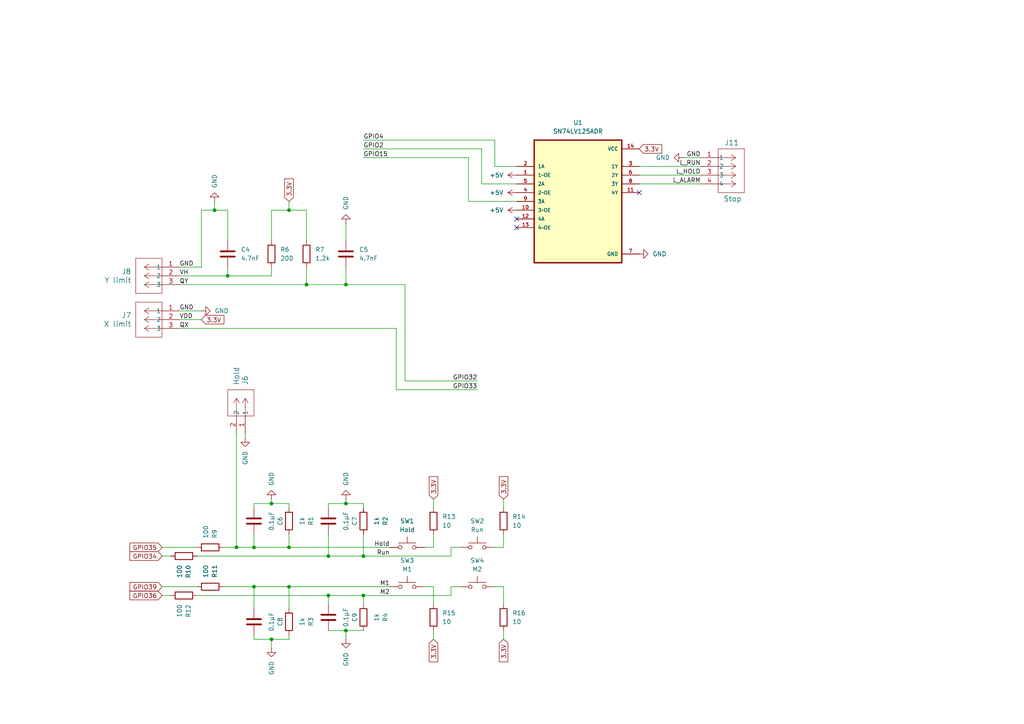
<source format=kicad_sch>
(kicad_sch (version 20250114) (generator "eeschema") (generator_version "9.0")
  (paper "A4")
  (lib_symbols
    (symbol "Device:C" (pin_numbers (hide yes)) (pin_names (offset 0.254))
      (property "Reference" "C" (at 0.635 2.54 0))
      (property "Value" "C" (at 0.635 -2.54 0))
      (symbol "C_0_1"
        (polyline (pts (xy -2.032 0.762) (xy 2.032 0.762)) (stroke (width 0.508)))
        (polyline (pts (xy -2.032 -0.762) (xy 2.032 -0.762)) (stroke (width 0.508)))
      )
      (symbol "C_1_1"
        (pin passive line (at 0 3.81 270) (length 2.794) (name "~") (number "1"))
        (pin passive line (at 0 -3.81 90) (length 2.794) (name "~") (number "2"))
      )
    )
    (symbol "Device:R" (pin_numbers (hide yes)) (pin_names (offset 0))
      (property "Reference" "R" (at 2.032 0 90))
      (property "Value" "R" (at 0 0 90))
      (symbol "R_0_1"
        (rectangle (start -1.016 -2.54) (end 1.016 2.54) (stroke (width 0.254)))
      )
      (symbol "R_1_1"
        (pin passive line (at 0 3.81 270) (length 1.27) (name "~") (number "1"))
        (pin passive line (at 0 -3.81 90) (length 1.27) (name "~") (number "2"))
      )
    )
    (symbol "JST-XH-2A:B2B-XH-A" (pin_names (offset 0.254))
      (property "Reference" "J" (at 8.89 6.35 0))
      (property "Value" "B2B-XH-A" (at 0 0 0))
      (symbol "B2B-XH-A_1_1"
        (polyline (pts (xy 5.08 2.54) (xy 5.08 -5.08)) (stroke (width 0.127)))
        (polyline (pts (xy 5.08 -5.08) (xy 12.7 -5.08)) (stroke (width 0.127)))
        (polyline (pts (xy 10.16 0) (xy 5.08 0)) (stroke (width 0.127)))
        (polyline (pts (xy 10.16 0) (xy 8.89 0.8467)) (stroke (width 0.127)))
        (polyline (pts (xy 10.16 0) (xy 8.89 -0.8467)) (stroke (width 0.127)))
        (polyline (pts (xy 10.16 -2.54) (xy 5.08 -2.54)) (stroke (width 0.127)))
        (polyline (pts (xy 10.16 -2.54) (xy 8.89 -1.6933)) (stroke (width 0.127)))
        (polyline (pts (xy 10.16 -2.54) (xy 8.89 -3.3867)) (stroke (width 0.127)))
        (polyline (pts (xy 12.7 2.54) (xy 5.08 2.54)) (stroke (width 0.127)))
        (polyline (pts (xy 12.7 -5.08) (xy 12.7 2.54)) (stroke (width 0.127)))
        (pin unspecified line (at 0 0 0) (length 5.08) (name "1") (number "1"))
        (pin unspecified line (at 0 -2.54 0) (length 5.08) (name "2") (number "2"))
      )
      (symbol "B2B-XH-A_1_2"
        (polyline (pts (xy 5.08 2.54) (xy 5.08 -5.08)) (stroke (width 0.127)))
        (polyline (pts (xy 5.08 -5.08) (xy 12.7 -5.08)) (stroke (width 0.127)))
        (polyline (pts (xy 7.62 0) (xy 5.08 0)) (stroke (width 0.127)))
        (polyline (pts (xy 7.62 0) (xy 8.89 0.8467)) (stroke (width 0.127)))
        (polyline (pts (xy 7.62 0) (xy 8.89 -0.8467)) (stroke (width 0.127)))
        (polyline (pts (xy 7.62 -2.54) (xy 5.08 -2.54)) (stroke (width 0.127)))
        (polyline (pts (xy 7.62 -2.54) (xy 8.89 -1.6933)) (stroke (width 0.127)))
        (polyline (pts (xy 7.62 -2.54) (xy 8.89 -3.3867)) (stroke (width 0.127)))
        (polyline (pts (xy 12.7 2.54) (xy 5.08 2.54)) (stroke (width 0.127)))
        (polyline (pts (xy 12.7 -5.08) (xy 12.7 2.54)) (stroke (width 0.127)))
        (pin unspecified line (at 0 0 0) (length 5.08) (name "1") (number "1"))
        (pin unspecified line (at 0 -2.54 0) (length 5.08) (name "2") (number "2"))
      )
    )
    (symbol "JST-XH-3A:B3B-XH-A" (pin_names (offset 0.254))
      (property "Reference" "J" (at 8.89 6.35 0))
      (property "Value" "B3B-XH-A" (at 0 0 0))
      (symbol "B3B-XH-A_1_1"
        (polyline (pts (xy 5.08 2.54) (xy 5.08 -7.62)) (stroke (width 0.127)))
        (polyline (pts (xy 5.08 -7.62) (xy 12.7 -7.62)) (stroke (width 0.127)))
        (polyline (pts (xy 10.16 0) (xy 5.08 0)) (stroke (width 0.127)))
        (polyline (pts (xy 10.16 0) (xy 8.89 0.8467)) (stroke (width 0.127)))
        (polyline (pts (xy 10.16 0) (xy 8.89 -0.8467)) (stroke (width 0.127)))
        (polyline (pts (xy 10.16 -2.54) (xy 5.08 -2.54)) (stroke (width 0.127)))
        (polyline (pts (xy 10.16 -2.54) (xy 8.89 -1.6933)) (stroke (width 0.127)))
        (polyline (pts (xy 10.16 -2.54) (xy 8.89 -3.3867)) (stroke (width 0.127)))
        (polyline (pts (xy 10.16 -5.08) (xy 5.08 -5.08)) (stroke (width 0.127)))
        (polyline (pts (xy 10.16 -5.08) (xy 8.89 -4.2333)) (stroke (width 0.127)))
        (polyline (pts (xy 10.16 -5.08) (xy 8.89 -5.9267)) (stroke (width 0.127)))
        (polyline (pts (xy 12.7 2.54) (xy 5.08 2.54)) (stroke (width 0.127)))
        (polyline (pts (xy 12.7 -7.62) (xy 12.7 2.54)) (stroke (width 0.127)))
        (pin unspecified line (at 0 0 0) (length 5.08) (name "1") (number "1"))
        (pin unspecified line (at 0 -2.54 0) (length 5.08) (name "2") (number "2"))
        (pin unspecified line (at 0 -5.08 0) (length 5.08) (name "3") (number "3"))
      )
      (symbol "B3B-XH-A_1_2"
        (polyline (pts (xy 5.08 2.54) (xy 5.08 -7.62)) (stroke (width 0.127)))
        (polyline (pts (xy 5.08 -7.62) (xy 12.7 -7.62)) (stroke (width 0.127)))
        (polyline (pts (xy 7.62 0) (xy 5.08 0)) (stroke (width 0.127)))
        (polyline (pts (xy 7.62 0) (xy 8.89 0.8467)) (stroke (width 0.127)))
        (polyline (pts (xy 7.62 0) (xy 8.89 -0.8467)) (stroke (width 0.127)))
        (polyline (pts (xy 7.62 -2.54) (xy 5.08 -2.54)) (stroke (width 0.127)))
        (polyline (pts (xy 7.62 -2.54) (xy 8.89 -1.6933)) (stroke (width 0.127)))
        (polyline (pts (xy 7.62 -2.54) (xy 8.89 -3.3867)) (stroke (width 0.127)))
        (polyline (pts (xy 7.62 -5.08) (xy 5.08 -5.08)) (stroke (width 0.127)))
        (polyline (pts (xy 7.62 -5.08) (xy 8.89 -4.2333)) (stroke (width 0.127)))
        (polyline (pts (xy 7.62 -5.08) (xy 8.89 -5.9267)) (stroke (width 0.127)))
        (polyline (pts (xy 12.7 2.54) (xy 5.08 2.54)) (stroke (width 0.127)))
        (polyline (pts (xy 12.7 -7.62) (xy 12.7 2.54)) (stroke (width 0.127)))
        (pin unspecified line (at 0 0 0) (length 5.08) (name "1") (number "1"))
        (pin unspecified line (at 0 -2.54 0) (length 5.08) (name "2") (number "2"))
        (pin unspecified line (at 0 -5.08 0) (length 5.08) (name "3") (number "3"))
      )
    )
    (symbol "JST-XH-4A:B4B-XH-A" (pin_names (offset 0.254))
      (property "Reference" "J" (at 8.89 6.35 0))
      (property "Value" "B4B-XH-A" (at 0 0 0))
      (symbol "B4B-XH-A_1_1"
        (polyline (pts (xy 5.08 2.54) (xy 5.08 -10.16)) (stroke (width 0.127)))
        (polyline (pts (xy 5.08 -10.16) (xy 12.7 -10.16)) (stroke (width 0.127)))
        (polyline (pts (xy 10.16 0) (xy 5.08 0)) (stroke (width 0.127)))
        (polyline (pts (xy 10.16 0) (xy 8.89 0.8467)) (stroke (width 0.127)))
        (polyline (pts (xy 10.16 0) (xy 8.89 -0.8467)) (stroke (width 0.127)))
        (polyline (pts (xy 10.16 -2.54) (xy 5.08 -2.54)) (stroke (width 0.127)))
        (polyline (pts (xy 10.16 -2.54) (xy 8.89 -1.6933)) (stroke (width 0.127)))
        (polyline (pts (xy 10.16 -2.54) (xy 8.89 -3.3867)) (stroke (width 0.127)))
        (polyline (pts (xy 10.16 -5.08) (xy 5.08 -5.08)) (stroke (width 0.127)))
        (polyline (pts (xy 10.16 -5.08) (xy 8.89 -4.2333)) (stroke (width 0.127)))
        (polyline (pts (xy 10.16 -5.08) (xy 8.89 -5.9267)) (stroke (width 0.127)))
        (polyline (pts (xy 10.16 -7.62) (xy 5.08 -7.62)) (stroke (width 0.127)))
        (polyline (pts (xy 10.16 -7.62) (xy 8.89 -6.7733)) (stroke (width 0.127)))
        (polyline (pts (xy 10.16 -7.62) (xy 8.89 -8.4667)) (stroke (width 0.127)))
        (polyline (pts (xy 12.7 2.54) (xy 5.08 2.54)) (stroke (width 0.127)))
        (polyline (pts (xy 12.7 -10.16) (xy 12.7 2.54)) (stroke (width 0.127)))
        (pin unspecified line (at 0 0 0) (length 5.08) (name "1") (number "1"))
        (pin unspecified line (at 0 -2.54 0) (length 5.08) (name "2") (number "2"))
        (pin unspecified line (at 0 -5.08 0) (length 5.08) (name "3") (number "3"))
        (pin unspecified line (at 0 -7.62 0) (length 5.08) (name "4") (number "4"))
      )
      (symbol "B4B-XH-A_1_2"
        (polyline (pts (xy 5.08 2.54) (xy 5.08 -10.16)) (stroke (width 0.127)))
        (polyline (pts (xy 5.08 -10.16) (xy 12.7 -10.16)) (stroke (width 0.127)))
        (polyline (pts (xy 7.62 0) (xy 5.08 0)) (stroke (width 0.127)))
        (polyline (pts (xy 7.62 0) (xy 8.89 0.8467)) (stroke (width 0.127)))
        (polyline (pts (xy 7.62 0) (xy 8.89 -0.8467)) (stroke (width 0.127)))
        (polyline (pts (xy 7.62 -2.54) (xy 5.08 -2.54)) (stroke (width 0.127)))
        (polyline (pts (xy 7.62 -2.54) (xy 8.89 -1.6933)) (stroke (width 0.127)))
        (polyline (pts (xy 7.62 -2.54) (xy 8.89 -3.3867)) (stroke (width 0.127)))
        (polyline (pts (xy 7.62 -5.08) (xy 5.08 -5.08)) (stroke (width 0.127)))
        (polyline (pts (xy 7.62 -5.08) (xy 8.89 -4.2333)) (stroke (width 0.127)))
        (polyline (pts (xy 7.62 -5.08) (xy 8.89 -5.9267)) (stroke (width 0.127)))
        (polyline (pts (xy 7.62 -7.62) (xy 5.08 -7.62)) (stroke (width 0.127)))
        (polyline (pts (xy 7.62 -7.62) (xy 8.89 -6.7733)) (stroke (width 0.127)))
        (polyline (pts (xy 7.62 -7.62) (xy 8.89 -8.4667)) (stroke (width 0.127)))
        (polyline (pts (xy 12.7 2.54) (xy 5.08 2.54)) (stroke (width 0.127)))
        (polyline (pts (xy 12.7 -10.16) (xy 12.7 2.54)) (stroke (width 0.127)))
        (pin unspecified line (at 0 0 0) (length 5.08) (name "1") (number "1"))
        (pin unspecified line (at 0 -2.54 0) (length 5.08) (name "2") (number "2"))
        (pin unspecified line (at 0 -5.08 0) (length 5.08) (name "3") (number "3"))
        (pin unspecified line (at 0 -7.62 0) (length 5.08) (name "4") (number "4"))
      )
    )
    (symbol "SN74LV125:SN74LV125ADR" (pin_names (offset 1.016))
      (property "Reference" "U" (at -12.7 18.78 0))
      (property "Value" "SN74LV125ADR" (at -12.7 -21.78 0))
      (symbol "SN74LV125ADR_0_0"
        (rectangle (start -12.7 -17.78) (end 12.7 17.78) (stroke (width 0.41)) (fill (type background)))
        (pin input line (at -17.78 10.16 0) (length 5.08) (name "1A") (number "2"))
        (pin input line (at -17.78 7.62 0) (length 5.08) (name "1~OE") (number "1"))
        (pin input line (at -17.78 5.08 0) (length 5.08) (name "2A") (number "5"))
        (pin input line (at -17.78 2.54 0) (length 5.08) (name "2~OE") (number "4"))
        (pin input line (at -17.78 0 0) (length 5.08) (name "3A") (number "9"))
        (pin input line (at -17.78 -2.54 0) (length 5.08) (name "3~OE") (number "10"))
        (pin input line (at -17.78 -5.08 0) (length 5.08) (name "4A") (number "12"))
        (pin input line (at -17.78 -7.62 0) (length 5.08) (name "4~OE") (number "13"))
        (pin power_in line (at 17.78 15.24 180) (length 5.08) (name "VCC") (number "14"))
        (pin output line (at 17.78 10.16 180) (length 5.08) (name "1Y") (number "3"))
        (pin output line (at 17.78 7.62 180) (length 5.08) (name "2Y") (number "6"))
        (pin output line (at 17.78 5.08 180) (length 5.08) (name "3Y") (number "8"))
        (pin output line (at 17.78 2.54 180) (length 5.08) (name "4Y") (number "11"))
        (pin power_in line (at 17.78 -15.24 180) (length 5.08) (name "GND") (number "7"))
      )
    )
    (symbol "Switch:SW_Push" (pin_numbers (hide yes)) (pin_names (offset 1.016) (hide yes))
      (property "Reference" "SW" (at 1.27 2.54 0))
      (property "Value" "SW_Push" (at 0 -1.524 0))
      (symbol "SW_Push_0_1"
        (circle (center -2.032 0) (radius 0.508))
        (polyline (pts (xy 0 1.27) (xy 0 3.048)))
        (circle (center 2.032 0) (radius 0.508))
        (polyline (pts (xy 2.54 1.27) (xy -2.54 1.27)))
        (pin passive line (at -5.08 0 0) (length 2.54) (name "1") (number "1"))
        (pin passive line (at 5.08 0 180) (length 2.54) (name "2") (number "2"))
      )
    )
    (symbol "power:+5V" (power) (pin_numbers (hide yes)) (pin_names (offset 0) (hide yes))
      (property "Value" "+5V" (at 0 3.556 0))
      (symbol "+5V_0_1"
        (polyline (pts (xy -0.762 1.27) (xy 0 2.54)))
        (polyline (pts (xy 0 2.54) (xy 0.762 1.27)))
        (polyline (pts (xy 0 0) (xy 0 2.54)))
      )
      (symbol "+5V_1_1"
        (pin power_in line (at 0 0 90) (length 0) (name "~") (number "1"))
      )
    )
    (symbol "power:GND" (power) (pin_numbers (hide yes)) (pin_names (offset 0) (hide yes))
      (property "Value" "GND" (at 0 -3.81 0))
      (symbol "GND_0_1"
        (polyline (pts (xy 0 0) (xy 0 -1.27) (xy 1.27 -1.27) (xy 0 -2.54) (xy -1.27 -1.27) (xy 0 -1.27)))
      )
      (symbol "GND_1_1"
        (pin power_in line (at 0 0 270) (length 0) (name "~") (number "1"))
      )
    )
  )
  (junction (at 83.82 60.96))
  (junction (at 100.33 82.55))
  (junction (at 73.66 158.75))
  (junction (at 68.58 158.75))
  (junction (at 83.82 170.18))
  (junction (at 95.25 172.72))
  (junction (at 95.25 161.29))
  (junction (at 66.04 80.01))
  (junction (at 78.74 185.42))
  (junction (at 88.9 82.55))
  (junction (at 100.33 182.88))
  (junction (at 105.41 161.29))
  (junction (at 78.74 146.05))
  (junction (at 73.66 170.18))
  (junction (at 105.41 172.72))
  (junction (at 83.82 158.75))
  (junction (at 62.23 60.96))
  (junction (at 100.33 146.05))
  (no_connect (at 185.42 55.88))
  (no_connect (at 149.86 63.5))
  (no_connect (at 149.86 66.04))
  (wire (pts (xy 57.15 161.29) (xy 95.25 161.29)))
  (wire (pts (xy 117.475 82.55) (xy 100.33 82.55)))
  (wire (pts (xy 139.7 53.34) (xy 149.86 53.34)))
  (wire (pts (xy 66.04 60.96) (xy 66.04 69.85)))
  (wire (pts (xy 83.82 170.18) (xy 113.03 170.18)))
  (wire (pts (xy 73.66 154.94) (xy 73.66 158.75)))
  (wire (pts (xy 185.42 48.26) (xy 203.2 48.26)))
  (wire (pts (xy 68.58 125.73) (xy 68.58 158.75)))
  (wire (pts (xy 143.51 40.64) (xy 143.51 48.26)))
  (wire (pts (xy 78.74 60.96) (xy 83.82 60.96)))
  (wire (pts (xy 73.66 170.18) (xy 73.66 176.53)))
  (wire (pts (xy 130.81 158.75) (xy 130.81 161.29)))
  (wire (pts (xy 73.66 185.42) (xy 78.74 185.42)))
  (wire (pts (xy 88.9 69.85) (xy 88.9 60.96)))
  (wire (pts (xy 130.81 170.18) (xy 130.81 172.72)))
  (wire (pts (xy 185.42 53.34) (xy 203.2 53.34)))
  (wire (pts (xy 105.41 40.64) (xy 143.51 40.64)))
  (wire (pts (xy 73.66 170.18) (xy 83.82 170.18)))
  (wire (pts (xy 73.66 158.75) (xy 83.82 158.75)))
  (wire (pts (xy 78.74 144.78) (xy 78.74 146.05)))
  (wire (pts (xy 66.04 77.47) (xy 66.04 80.01)))
  (wire (pts (xy 62.23 58.42) (xy 62.23 60.96)))
  (wire (pts (xy 95.25 172.72) (xy 105.41 172.72)))
  (wire (pts (xy 52.07 80.01) (xy 66.04 80.01)))
  (wire (pts (xy 146.05 144.78) (xy 146.05 147.32)))
  (wire (pts (xy 100.33 146.05) (xy 100.33 144.78)))
  (wire (pts (xy 78.74 77.47) (xy 78.74 80.01)))
  (wire (pts (xy 95.25 147.32) (xy 95.25 146.05)))
  (wire (pts (xy 73.66 147.32) (xy 73.66 146.05)))
  (wire (pts (xy 105.41 172.72) (xy 130.81 172.72)))
  (wire (pts (xy 123.19 158.75) (xy 125.73 158.75)))
  (wire (pts (xy 138.43 113.03) (xy 114.935 113.03)))
  (wire (pts (xy 146.05 182.88) (xy 146.05 185.42)))
  (wire (pts (xy 64.77 158.75) (xy 68.58 158.75)))
  (wire (pts (xy 105.41 172.72) (xy 105.41 175.26)))
  (wire (pts (xy 58.42 60.96) (xy 58.42 77.47)))
  (wire (pts (xy 117.475 110.49) (xy 117.475 82.55)))
  (wire (pts (xy 95.25 154.94) (xy 95.25 161.29)))
  (wire (pts (xy 105.41 147.32) (xy 105.41 146.05)))
  (wire (pts (xy 198.12 45.72) (xy 203.2 45.72)))
  (wire (pts (xy 100.33 182.88) (xy 100.33 185.42)))
  (wire (pts (xy 83.82 158.75) (xy 113.03 158.75)))
  (wire (pts (xy 46.99 158.75) (xy 57.15 158.75)))
  (wire (pts (xy 125.73 170.18) (xy 125.73 175.26)))
  (wire (pts (xy 143.51 170.18) (xy 146.05 170.18)))
  (wire (pts (xy 185.42 50.8) (xy 203.2 50.8)))
  (wire (pts (xy 143.51 48.26) (xy 149.86 48.26)))
  (wire (pts (xy 125.73 158.75) (xy 125.73 154.94)))
  (wire (pts (xy 83.82 184.15) (xy 83.82 185.42)))
  (wire (pts (xy 83.82 185.42) (xy 78.74 185.42)))
  (wire (pts (xy 78.74 69.85) (xy 78.74 60.96)))
  (wire (pts (xy 46.99 161.29) (xy 49.53 161.29)))
  (wire (pts (xy 78.74 185.42) (xy 78.74 187.96)))
  (wire (pts (xy 146.05 154.94) (xy 146.05 158.75)))
  (wire (pts (xy 88.9 82.55) (xy 52.07 82.55)))
  (wire (pts (xy 125.73 144.78) (xy 125.73 147.32)))
  (wire (pts (xy 95.25 175.26) (xy 95.25 172.72)))
  (wire (pts (xy 52.07 90.17) (xy 58.42 90.17)))
  (wire (pts (xy 138.43 110.49) (xy 117.475 110.49)))
  (wire (pts (xy 83.82 154.94) (xy 83.82 158.75)))
  (wire (pts (xy 105.41 146.05) (xy 100.33 146.05)))
  (wire (pts (xy 83.82 146.05) (xy 78.74 146.05)))
  (wire (pts (xy 133.35 158.75) (xy 130.81 158.75)))
  (wire (pts (xy 105.41 154.94) (xy 105.41 161.29)))
  (wire (pts (xy 52.07 92.71) (xy 58.42 92.71)))
  (wire (pts (xy 83.82 147.32) (xy 83.82 146.05)))
  (wire (pts (xy 135.89 58.42) (xy 149.86 58.42)))
  (wire (pts (xy 105.41 43.18) (xy 139.7 43.18)))
  (wire (pts (xy 46.99 172.72) (xy 49.53 172.72)))
  (wire (pts (xy 83.82 60.96) (xy 83.82 58.42)))
  (wire (pts (xy 46.99 170.18) (xy 57.15 170.18)))
  (wire (pts (xy 135.89 45.72) (xy 135.89 58.42)))
  (wire (pts (xy 114.935 113.03) (xy 114.935 95.25)))
  (wire (pts (xy 52.07 77.47) (xy 58.42 77.47)))
  (wire (pts (xy 100.33 77.47) (xy 100.33 82.55)))
  (wire (pts (xy 88.9 60.96) (xy 83.82 60.96)))
  (wire (pts (xy 88.9 77.47) (xy 88.9 82.55)))
  (wire (pts (xy 64.77 170.18) (xy 73.66 170.18)))
  (wire (pts (xy 139.7 43.18) (xy 139.7 53.34)))
  (wire (pts (xy 95.25 161.29) (xy 105.41 161.29)))
  (wire (pts (xy 114.935 95.25) (xy 52.07 95.25)))
  (wire (pts (xy 125.73 182.88) (xy 125.73 185.42)))
  (wire (pts (xy 73.66 146.05) (xy 78.74 146.05)))
  (wire (pts (xy 105.41 182.88) (xy 100.33 182.88)))
  (wire (pts (xy 105.41 161.29) (xy 130.81 161.29)))
  (wire (pts (xy 83.82 170.18) (xy 83.82 176.53)))
  (wire (pts (xy 71.12 125.73) (xy 71.12 127)))
  (wire (pts (xy 100.33 82.55) (xy 88.9 82.55)))
  (wire (pts (xy 57.15 172.72) (xy 95.25 172.72)))
  (wire (pts (xy 133.35 170.18) (xy 130.81 170.18)))
  (wire (pts (xy 100.33 64.77) (xy 100.33 69.85)))
  (wire (pts (xy 68.58 158.75) (xy 73.66 158.75)))
  (wire (pts (xy 73.66 184.15) (xy 73.66 185.42)))
  (wire (pts (xy 123.19 170.18) (xy 125.73 170.18)))
  (wire (pts (xy 146.05 170.18) (xy 146.05 175.26)))
  (wire (pts (xy 95.25 182.88) (xy 100.33 182.88)))
  (wire (pts (xy 105.41 45.72) (xy 135.89 45.72)))
  (wire (pts (xy 66.04 80.01) (xy 78.74 80.01)))
  (wire (pts (xy 95.25 146.05) (xy 100.33 146.05)))
  (wire (pts (xy 62.23 60.96) (xy 66.04 60.96)))
  (wire (pts (xy 143.51 158.75) (xy 146.05 158.75)))
  (wire (pts (xy 58.42 60.96) (xy 62.23 60.96)))
  (label "M1" (at 113.03 170.18 180))
  (label "L_RUN" (at 203.2 48.26 180))
  (label "L_ALARM" (at 203.2 53.34 180))
  (label "GPIO2" (at 105.41 43.18 0))
  (label "QX" (at 52.07 95.25 0))
  (label "GPIO15" (at 105.41 45.72 0))
  (label "Hold" (at 113.03 158.75 180))
  (label "QY" (at 52.07 82.55 0))
  (label "M2" (at 113.03 172.72 180))
  (label "Run" (at 113.03 161.29 180))
  (label "L_HOLD" (at 203.2 50.8 180))
  (label "GPIO32" (at 138.43 110.49 180))
  (label "GPIO33" (at 138.43 113.03 180))
  (label "GPIO4" (at 105.41 40.64 0))
  (label "VH" (at 52.07 80.01 0))
  (label "GND" (at 52.07 90.17 0))
  (label "GND" (at 203.2 45.72 180))
  (label "VDD" (at 52.07 92.71 0))
  (label "GND" (at 52.07 77.47 0))
  (global_label "3.3V" (shape input) (at 185.42 43.18 0) (property "Intersheetrefs" "${INTERSHEET_REFS}" (effects (hide yes))))
  (global_label "3.3V" (shape input) (at 58.42 92.71 0) (property "Intersheetrefs" "${INTERSHEET_REFS}" (effects (hide yes))))
  (global_label "GPIO34" (shape input) (at 46.99 161.29 180) (property "Intersheetrefs" "${INTERSHEET_REFS}" (effects (hide yes))))
  (global_label "GPIO39" (shape input) (at 46.99 170.18 180) (property "Intersheetrefs" "${INTERSHEET_REFS}" (effects (hide yes))))
  (global_label "3.3V" (shape input) (at 125.73 185.42 270) (property "Intersheetrefs" "${INTERSHEET_REFS}" (effects (hide yes))))
  (global_label "3.3V" (shape input) (at 146.05 144.78 90) (property "Intersheetrefs" "${INTERSHEET_REFS}" (effects (hide yes))))
  (global_label "3.3V" (shape input) (at 125.73 144.78 90) (property "Intersheetrefs" "${INTERSHEET_REFS}" (effects (hide yes))))
  (global_label "GPIO36" (shape input) (at 46.99 172.72 180) (property "Intersheetrefs" "${INTERSHEET_REFS}" (effects (hide yes))))
  (global_label "GPIO35" (shape input) (at 46.99 158.75 180) (property "Intersheetrefs" "${INTERSHEET_REFS}" (effects (hide yes))))
  (global_label "3.3V" (shape input) (at 83.82 58.42 90) (property "Intersheetrefs" "${INTERSHEET_REFS}" (effects (hide yes))))
  (global_label "3.3V" (shape input) (at 146.05 185.42 270) (property "Intersheetrefs" "${INTERSHEET_REFS}" (effects (hide yes))))
  (symbol (lib_id "Device:R") (at 146.05 179.07 0) (unit 1)
    (property "Reference" "R16" (at 148.59 177.7999 0) (effects (justify left)))
    (property "Value" "10" (at 148.59 180.3399 0) (effects (justify left)))
    (property "Description" "Resistor" (effects (hide yes)))
  )
  (symbol (lib_id "Device:R") (at 88.9 73.66 180) (unit 1)
    (property "Reference" "R7" (at 91.44 72.3899 0) (effects (justify right)))
    (property "Value" "1.2k" (at 91.44 74.9299 0) (effects (justify right)))
    (property "Footprint" "Resistor_SMD:R_0805_2012Metric_Pad1.20x1.40mm_HandSolder" (effects (hide yes)))
    (property "Description" "Resistor" (effects (hide yes)))
  )
  (symbol (lib_id "Device:R") (at 105.41 151.13 180) (unit 1)
    (property "Reference" "R2" (at 111.76 151.13 90))
    (property "Value" "1k" (at 109.22 151.13 90))
    (property "Footprint" "Resistor_SMD:R_0805_2012Metric_Pad1.20x1.40mm_HandSolder" (effects (hide yes)))
    (property "Description" "Resistor" (effects (hide yes)))
  )
  (symbol (lib_id "power:+5V") (at 149.86 55.88 90) (unit 1)
    (property "Reference" "#PWR029" (effects (hide yes)))
    (property "Value" "+5V" (at 146.05 55.8799 90) (effects (justify left)))
    (property "Description" "Power symbol creates a global label with name \"+5V\"" (effects (hide yes)))
  )
  (symbol (lib_id "Device:R") (at 60.96 170.18 270) (mirror x) (unit 1)
    (property "Reference" "R11" (at 62.2301 167.64 0) (effects (justify left)))
    (property "Value" "100" (at 59.6901 167.64 0) (effects (justify left)))
    (property "Description" "Resistor" (effects (hide yes)))
  )
  (symbol (lib_id "Switch:SW_Push") (at 118.11 158.75 0) (unit 1)
    (property "Reference" "SW1" (at 118.11 151.13 0))
    (property "Value" "Hold" (at 118.11 153.67 0))
    (property "Footprint" "Button_Switch_THT:SW_SPST_Omron_B3F-40xx" (effects (hide yes)))
    (property "Description" "Push button switch, generic, two pins" (effects (hide yes)))
  )
  (symbol (lib_id "Device:R") (at 53.34 161.29 270) (unit 1)
    (property "Reference" "R10" (at 54.6101 163.83 0) (effects (justify left)))
    (property "Value" "100" (at 52.0701 163.83 0) (effects (justify left)))
    (property "Description" "Resistor" (effects (hide yes)))
  )
  (symbol (lib_id "Switch:SW_Push") (at 118.11 170.18 0) (unit 1)
    (property "Reference" "SW3" (at 118.11 162.56 0))
    (property "Value" "M1" (at 118.11 165.1 0))
    (property "Footprint" "Button_Switch_THT:SW_SPST_Omron_B3F-40xx" (effects (hide yes)))
    (property "Description" "Push button switch, generic, two pins" (effects (hide yes)))
  )
  (symbol (lib_id "power:GND") (at 185.42 73.66 90) (unit 1)
    (property "Reference" "#PWR031" (effects (hide yes)))
    (property "Value" "GND" (at 189.23 73.6599 90) (effects (justify right)))
    (property "Description" "Power symbol creates a global label with name \"GND\" , ground" (effects (hide yes)))
  )
  (symbol (lib_id "Switch:SW_Push") (at 138.43 158.75 0) (unit 1)
    (property "Reference" "SW2" (at 138.43 151.13 0))
    (property "Value" "Run" (at 138.43 153.67 0))
    (property "Footprint" "Button_Switch_THT:SW_SPST_Omron_B3F-40xx" (effects (hide yes)))
    (property "Description" "Push button switch, generic, two pins" (effects (hide yes)))
  )
  (symbol (lib_id "power:GND") (at 100.33 144.78 0) (mirror x) (unit 1)
    (property "Reference" "#PWR023" (effects (hide yes)))
    (property "Value" "GND" (at 100.3301 140.97 90) (effects (justify right)))
    (property "Description" "Power symbol creates a global label with name \"GND\" , ground" (effects (hide yes)))
  )
  (symbol (lib_id "Device:R") (at 146.05 151.13 0) (unit 1)
    (property "Reference" "R14" (at 148.59 149.8599 0) (effects (justify left)))
    (property "Value" "10" (at 148.59 152.3999 0) (effects (justify left)))
    (property "Description" "Resistor" (effects (hide yes)))
  )
  (symbol (lib_id "Device:R") (at 83.82 180.34 180) (unit 1)
    (property "Reference" "R3" (at 90.17 180.34 90))
    (property "Value" "1k" (at 87.63 180.34 90))
    (property "Footprint" "Resistor_SMD:R_0805_2012Metric_Pad1.20x1.40mm_HandSolder" (effects (hide yes)))
    (property "Description" "Resistor" (effects (hide yes)))
  )
  (symbol (lib_id "Device:R") (at 105.41 179.07 180) (unit 1)
    (property "Reference" "R4" (at 111.76 179.07 90))
    (property "Value" "1k" (at 109.22 179.07 90))
    (property "Footprint" "Resistor_SMD:R_0805_2012Metric_Pad1.20x1.40mm_HandSolder" (effects (hide yes)))
    (property "Description" "Resistor" (effects (hide yes)))
  )
  (symbol (lib_id "JST-XH-3A:B3B-XH-A") (at 52.07 77.47 0) (mirror y) (unit 1)
    (property "Reference" "J8" (at 38.1 78.7399 0) (effects (font (size 1.524 1.524)) (justify left)))
    (property "Value" "Y limit" (at 38.1 81.2799 0) (effects (font (size 1.524 1.524)) (justify left)))
    (property "Footprint" "JST-XH-3A:CONN_B3B-XH-A_JST" (effects (hide yes)))
    (property "Datasheet" "B3B-XH-A" (effects (hide yes)))
  )
  (symbol (lib_id "power:GND") (at 100.33 185.42 0) (unit 1)
    (property "Reference" "#PWR08" (effects (hide yes)))
    (property "Value" "GND" (at 100.3301 189.23 90) (effects (justify right)))
    (property "Description" "Power symbol creates a global label with name \"GND\" , ground" (effects (hide yes)))
  )
  (symbol (lib_id "Device:R") (at 78.74 73.66 180) (unit 1)
    (property "Reference" "R6" (at 81.28 72.3899 0) (effects (justify right)))
    (property "Value" "200" (at 81.28 74.9299 0) (effects (justify right)))
    (property "Footprint" "Resistor_SMD:R_0805_2012Metric_Pad1.20x1.40mm_HandSolder" (effects (hide yes)))
    (property "Description" "Resistor" (effects (hide yes)))
  )
  (symbol (lib_id "JST-XH-2A:B2B-XH-A") (at 71.12 125.73 270) (mirror x) (unit 1)
    (property "Reference" "J6" (at 71.1201 111.76 0) (effects (font (size 1.524 1.524)) (justify left)))
    (property "Value" "Hold" (at 68.5801 111.76 0) (effects (font (size 1.524 1.524)) (justify left)))
    (property "Footprint" "JST-XH-2A:CONN_B2B-XH-A_JST" (effects (hide yes)))
    (property "Datasheet" "B2B-XH-A" (effects (hide yes)))
  )
  (symbol (lib_id "power:GND") (at 100.33 64.77 180) (unit 1)
    (property "Reference" "#PWR07" (effects (hide yes)))
    (property "Value" "GND" (at 100.3299 60.96 90) (effects (justify right)))
    (property "Description" "Power symbol creates a global label with name \"GND\" , ground" (effects (hide yes)))
  )
  (symbol (lib_id "power:GND") (at 198.12 45.72 270) (mirror x) (unit 1)
    (property "Reference" "#PWR017" (effects (hide yes)))
    (property "Value" "GND" (at 194.31 45.7199 90) (effects (justify right)))
    (property "Description" "Power symbol creates a global label with name \"GND\" , ground" (effects (hide yes)))
  )
  (symbol (lib_id "Device:C") (at 73.66 180.34 0) (unit 1)
    (property "Reference" "C8" (at 81.28 180.34 90))
    (property "Value" "0.1μF" (at 78.74 180.34 90))
    (property "Description" "Unpolarized capacitor" (effects (hide yes)))
  )
  (symbol (lib_id "Device:R") (at 125.73 151.13 0) (unit 1)
    (property "Reference" "R13" (at 128.27 149.8599 0) (effects (justify left)))
    (property "Value" "10" (at 128.27 152.3999 0) (effects (justify left)))
    (property "Description" "Resistor" (effects (hide yes)))
  )
  (symbol (lib_id "Device:C") (at 95.25 151.13 0) (unit 1)
    (property "Reference" "C7" (at 102.87 151.13 90))
    (property "Value" "0.1μF" (at 100.33 151.13 90))
    (property "Description" "Unpolarized capacitor" (effects (hide yes)))
  )
  (symbol (lib_id "Device:R") (at 125.73 179.07 0) (unit 1)
    (property "Reference" "R15" (at 128.27 177.7999 0) (effects (justify left)))
    (property "Value" "10" (at 128.27 180.3399 0) (effects (justify left)))
    (property "Description" "Resistor" (effects (hide yes)))
  )
  (symbol (lib_id "Device:C") (at 95.25 179.07 0) (unit 1)
    (property "Reference" "C9" (at 102.87 179.07 90))
    (property "Value" "0.1μF" (at 100.33 179.07 90))
    (property "Description" "Unpolarized capacitor" (effects (hide yes)))
  )
  (symbol (lib_id "power:GND") (at 58.42 90.17 90) (unit 1)
    (property "Reference" "#PWR02" (effects (hide yes)))
    (property "Value" "GND" (at 62.23 90.1699 90) (effects (justify right)))
    (property "Description" "Power symbol creates a global label with name \"GND\" , ground" (effects (hide yes)))
  )
  (symbol (lib_id "power:GND") (at 62.23 58.42 180) (unit 1)
    (property "Reference" "#PWR025" (effects (hide yes)))
    (property "Value" "GND" (at 62.2299 54.61 90) (effects (justify right)))
    (property "Description" "Power symbol creates a global label with name \"GND\" , ground" (effects (hide yes)))
  )
  (symbol (lib_id "Device:R") (at 60.96 158.75 270) (mirror x) (unit 1)
    (property "Reference" "R9" (at 62.2301 156.21 0) (effects (justify left)))
    (property "Value" "100" (at 59.6901 156.21 0) (effects (justify left)))
    (property "Description" "Resistor" (effects (hide yes)))
  )
  (symbol (lib_id "Device:R") (at 53.34 172.72 270) (unit 1)
    (property "Reference" "R12" (at 54.6101 175.26 0) (effects (justify left)))
    (property "Value" "100" (at 52.0701 175.26 0) (effects (justify left)))
    (property "Description" "Resistor" (effects (hide yes)))
  )
  (symbol (lib_id "SN74LV125:SN74LV125ADR") (at 167.64 58.42 0) (unit 1)
    (property "Reference" "U1" (at 167.64 35.56 0))
    (property "Value" "SN74LV125ADR" (at 167.64 38.1 0))
    (property "Footprint" "SN74LV125ADR:SOIC127P600X175-14N" (effects (hide yes)))
  )
  (symbol (lib_id "power:+5V") (at 149.86 50.8 90) (unit 1)
    (property "Reference" "#PWR026" (effects (hide yes)))
    (property "Value" "+5V" (at 146.05 50.7999 90) (effects (justify left)))
    (property "Description" "Power symbol creates a global label with name \"+5V\"" (effects (hide yes)))
  )
  (symbol (lib_id "JST-XH-4A:B4B-XH-A") (at 203.2 45.72 0) (unit 1)
    (property "Reference" "J11" (at 210.058 41.402 0) (effects (font (size 1.524 1.524)) (justify left)))
    (property "Value" "Stop" (at 209.804 57.658 0) (effects (font (size 1.524 1.524)) (justify left)))
    (property "Footprint" "JST-XH-4A:CONN_B4B-XH-A_JST" (effects (hide yes)))
    (property "Datasheet" "B4B-XH-A" (effects (hide yes)))
  )
  (symbol (lib_id "power:GND") (at 78.74 144.78 180) (unit 1)
    (property "Reference" "#PWR024" (effects (hide yes)))
    (property "Value" "GND" (at 78.7399 140.97 90) (effects (justify right)))
    (property "Description" "Power symbol creates a global label with name \"GND\" , ground" (effects (hide yes)))
  )
  (symbol (lib_id "Device:C") (at 66.04 73.66 0) (unit 1)
    (property "Reference" "C4" (at 69.85 72.3899 0) (effects (justify left)))
    (property "Value" "4.7nF" (at 69.85 74.9299 0) (effects (justify left)))
    (property "Footprint" "Capacitor_SMD:C_0805_2012Metric_Pad1.18x1.45mm_HandSolder" (effects (hide yes)))
    (property "Description" "Unpolarized capacitor" (effects (hide yes)))
  )
  (symbol (lib_id "power:+5V") (at 149.86 60.96 90) (unit 1)
    (property "Reference" "#PWR030" (effects (hide yes)))
    (property "Value" "+5V" (at 146.05 60.9599 90) (effects (justify left)))
    (property "Description" "Power symbol creates a global label with name \"+5V\"" (effects (hide yes)))
  )
  (symbol (lib_id "Device:C") (at 73.66 151.13 0) (unit 1)
    (property "Reference" "C6" (at 81.28 151.13 90))
    (property "Value" "0.1μF" (at 78.74 151.13 90))
    (property "Description" "Unpolarized capacitor" (effects (hide yes)))
  )
  (symbol (lib_id "Device:C") (at 100.33 73.66 0) (unit 1)
    (property "Reference" "C5" (at 104.14 72.3899 0) (effects (justify left)))
    (property "Value" "4.7nF" (at 104.14 74.9299 0) (effects (justify left)))
    (property "Footprint" "Capacitor_SMD:C_0805_2012Metric_Pad1.18x1.45mm_HandSolder" (effects (hide yes)))
    (property "Description" "Unpolarized capacitor" (effects (hide yes)))
  )
  (symbol (lib_id "JST-XH-3A:B3B-XH-A") (at 52.07 90.17 0) (mirror y) (unit 1)
    (property "Reference" "J7" (at 38.1 91.4399 0) (effects (font (size 1.524 1.524)) (justify left)))
    (property "Value" "X limit" (at 38.1 93.9799 0) (effects (font (size 1.524 1.524)) (justify left)))
    (property "Footprint" "JST-XH-3A:CONN_B3B-XH-A_JST" (effects (hide yes)))
    (property "Datasheet" "B3B-XH-A" (effects (hide yes)))
  )
  (symbol (lib_id "Switch:SW_Push") (at 138.43 170.18 0) (unit 1)
    (property "Reference" "SW4" (at 138.43 162.56 0))
    (property "Value" "M2" (at 138.43 165.1 0))
    (property "Footprint" "Button_Switch_THT:SW_SPST_Omron_B3F-40xx" (effects (hide yes)))
    (property "Description" "Push button switch, generic, two pins" (effects (hide yes)))
  )
  (symbol (lib_id "Device:R") (at 83.82 151.13 180) (unit 1)
    (property "Reference" "R1" (at 90.17 151.13 90))
    (property "Value" "1k" (at 87.63 151.13 90))
    (property "Footprint" "Resistor_SMD:R_0805_2012Metric_Pad1.20x1.40mm_HandSolder" (effects (hide yes)))
    (property "Description" "Resistor" (effects (hide yes)))
  )
  (symbol (lib_id "power:GND") (at 71.12 127 0) (unit 1)
    (property "Reference" "#PWR032" (effects (hide yes)))
    (property "Value" "GND" (at 71.1201 130.81 90) (effects (justify right)))
    (property "Description" "Power symbol creates a global label with name \"GND\" , ground" (effects (hide yes)))
  )
  (symbol (lib_id "power:GND") (at 78.74 187.96 0) (unit 1)
    (property "Reference" "#PWR022" (effects (hide yes)))
    (property "Value" "GND" (at 78.7401 191.77 90) (effects (justify right)))
    (property "Description" "Power symbol creates a global label with name \"GND\" , ground" (effects (hide yes)))
  )
)
</source>
